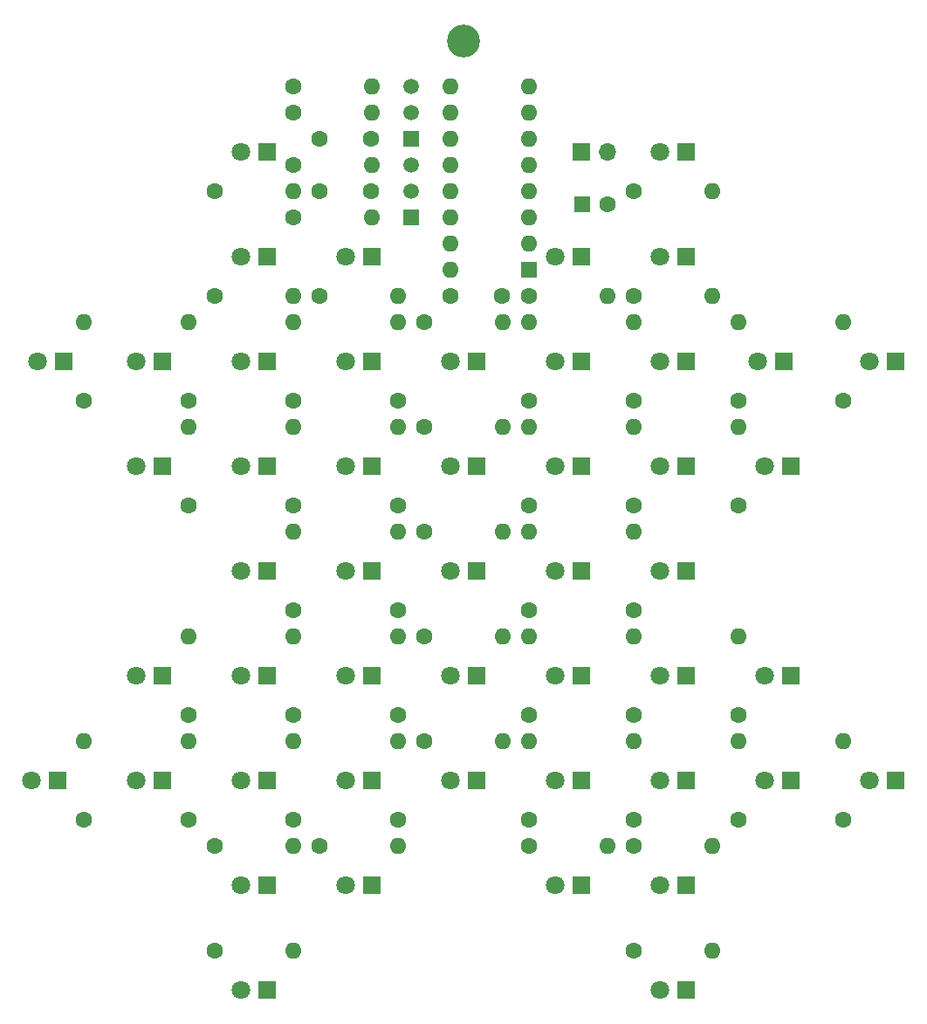
<source format=gbr>
%TF.GenerationSoftware,KiCad,Pcbnew,(6.0.2)*%
%TF.CreationDate,2023-11-30T13:56:03-08:00*%
%TF.ProjectId,star,73746172-2e6b-4696-9361-645f70636258,rev?*%
%TF.SameCoordinates,Original*%
%TF.FileFunction,Soldermask,Top*%
%TF.FilePolarity,Negative*%
%FSLAX46Y46*%
G04 Gerber Fmt 4.6, Leading zero omitted, Abs format (unit mm)*
G04 Created by KiCad (PCBNEW (6.0.2)) date 2023-11-30 13:56:03*
%MOMM*%
%LPD*%
G01*
G04 APERTURE LIST*
%ADD10R,1.800000X1.800000*%
%ADD11C,1.800000*%
%ADD12C,1.600000*%
%ADD13R,1.600000X1.600000*%
%ADD14O,1.600000X1.600000*%
%ADD15C,3.200000*%
%ADD16R,1.500000X1.500000*%
%ADD17C,1.500000*%
%ADD18R,1.700000X1.700000*%
%ADD19O,1.700000X1.700000*%
G04 APERTURE END LIST*
D10*
%TO.C,D40*%
X165100000Y-121920000D03*
D11*
X162560000Y-121920000D03*
%TD*%
D10*
%TO.C,D5*%
X165105000Y-71120000D03*
D11*
X162565000Y-71120000D03*
%TD*%
D12*
%TO.C,C4*%
X167664888Y-66040000D03*
D13*
X165164888Y-66040000D03*
%TD*%
D12*
%TO.C,R46*%
X160020000Y-128270000D03*
D14*
X167640000Y-128270000D03*
%TD*%
D10*
%TO.C,D16*%
X124460000Y-91440000D03*
D11*
X121920000Y-91440000D03*
%TD*%
D10*
%TO.C,D19*%
X154940000Y-91440000D03*
D11*
X152400000Y-91440000D03*
%TD*%
D10*
%TO.C,D27*%
X175260000Y-101600000D03*
D11*
X172720000Y-101600000D03*
%TD*%
D12*
%TO.C,C2*%
X144740000Y-59690000D03*
X139740000Y-59690000D03*
%TD*%
%TO.C,R23*%
X137160000Y-105410000D03*
D14*
X137160000Y-97790000D03*
%TD*%
D15*
%TO.C,H1*%
X153670000Y-50165000D03*
%TD*%
D10*
%TO.C,D29*%
X134620000Y-111760000D03*
D11*
X132080000Y-111760000D03*
%TD*%
D12*
%TO.C,R6*%
X170180000Y-74930000D03*
D14*
X177800000Y-74930000D03*
%TD*%
D10*
%TO.C,D18*%
X144780000Y-91440000D03*
D11*
X142240000Y-91440000D03*
%TD*%
D12*
%TO.C,R50*%
X137160000Y-62230000D03*
D14*
X144780000Y-62230000D03*
%TD*%
D10*
%TO.C,D12*%
X165105000Y-81280000D03*
D11*
X162565000Y-81280000D03*
%TD*%
D12*
%TO.C,R1*%
X129540000Y-64770000D03*
D14*
X137160000Y-64770000D03*
%TD*%
D10*
%TO.C,D11*%
X154940000Y-81280000D03*
D11*
X152400000Y-81280000D03*
%TD*%
D10*
%TO.C,D43*%
X195580000Y-121920000D03*
D11*
X193040000Y-121920000D03*
%TD*%
D10*
%TO.C,D39*%
X154940000Y-121920000D03*
D11*
X152400000Y-121920000D03*
%TD*%
D12*
%TO.C,R25*%
X149860000Y-97790000D03*
D14*
X157480000Y-97790000D03*
%TD*%
D12*
%TO.C,R31*%
X149860000Y-107950000D03*
D14*
X157480000Y-107950000D03*
%TD*%
D12*
%TO.C,R4*%
X139700000Y-74930000D03*
D14*
X147320000Y-74930000D03*
%TD*%
D10*
%TO.C,D26*%
X165105000Y-101600000D03*
D11*
X162565000Y-101600000D03*
%TD*%
D14*
%TO.C,R39*%
X157480000Y-118110000D03*
D12*
X149860000Y-118110000D03*
%TD*%
%TO.C,R45*%
X139700000Y-128270000D03*
D14*
X147320000Y-128270000D03*
%TD*%
D12*
%TO.C,R27*%
X170180000Y-105410000D03*
D14*
X170180000Y-97790000D03*
%TD*%
D10*
%TO.C,D17*%
X134620000Y-91440000D03*
D11*
X132080000Y-91440000D03*
%TD*%
D16*
%TO.C,Q2*%
X148590000Y-59690000D03*
D17*
X148590000Y-57150000D03*
X148590000Y-54610000D03*
%TD*%
D10*
%TO.C,D30*%
X144780000Y-111760000D03*
D11*
X142240000Y-111760000D03*
%TD*%
D12*
%TO.C,R26*%
X160020000Y-105410000D03*
D14*
X160020000Y-97790000D03*
%TD*%
D10*
%TO.C,D45*%
X144780000Y-132080000D03*
D11*
X142240000Y-132080000D03*
%TD*%
D12*
%TO.C,R5*%
X160020000Y-74930000D03*
D14*
X167640000Y-74930000D03*
%TD*%
D12*
%TO.C,R11*%
X149860000Y-77470000D03*
D14*
X157480000Y-77470000D03*
%TD*%
D12*
%TO.C,R35*%
X116840000Y-125730000D03*
D14*
X116840000Y-118110000D03*
%TD*%
D18*
%TO.C,J1*%
X165095000Y-60890000D03*
D19*
X167635000Y-60890000D03*
%TD*%
D12*
%TO.C,R16*%
X127000000Y-95250000D03*
D14*
X127000000Y-87630000D03*
%TD*%
D10*
%TO.C,D25*%
X154945000Y-101600000D03*
D11*
X152405000Y-101600000D03*
%TD*%
D12*
%TO.C,R43*%
X190500000Y-125730000D03*
D14*
X190500000Y-118110000D03*
%TD*%
D10*
%TO.C,D41*%
X175265000Y-121920000D03*
D11*
X172725000Y-121920000D03*
%TD*%
D10*
%TO.C,D47*%
X175265000Y-132080000D03*
D11*
X172725000Y-132080000D03*
%TD*%
D10*
%TO.C,D14*%
X184785000Y-81280000D03*
D11*
X182245000Y-81280000D03*
%TD*%
D16*
%TO.C,Q1*%
X148590000Y-67310000D03*
D17*
X148590000Y-64770000D03*
X148590000Y-62230000D03*
%TD*%
D10*
%TO.C,D42*%
X185420000Y-121920000D03*
D11*
X182880000Y-121920000D03*
%TD*%
D12*
%TO.C,C3*%
X144740000Y-64770000D03*
X139740000Y-64770000D03*
%TD*%
%TO.C,R2*%
X170180000Y-64770000D03*
D14*
X177800000Y-64770000D03*
%TD*%
D12*
%TO.C,R51*%
X137160000Y-54610000D03*
D14*
X144780000Y-54610000D03*
%TD*%
D12*
%TO.C,R52*%
X137160000Y-57150000D03*
D14*
X144780000Y-57150000D03*
%TD*%
D12*
%TO.C,R33*%
X170180000Y-115570000D03*
D14*
X170180000Y-107950000D03*
%TD*%
D12*
%TO.C,R29*%
X137160000Y-115570000D03*
D14*
X137160000Y-107950000D03*
%TD*%
D10*
%TO.C,D24*%
X144780000Y-101600000D03*
D11*
X142240000Y-101600000D03*
%TD*%
D12*
%TO.C,R13*%
X170180000Y-85090000D03*
D14*
X170180000Y-77470000D03*
%TD*%
D12*
%TO.C,R19*%
X149860000Y-87630000D03*
D14*
X157480000Y-87630000D03*
%TD*%
D10*
%TO.C,D20*%
X165100000Y-91440000D03*
D11*
X162560000Y-91440000D03*
%TD*%
D12*
%TO.C,R15*%
X190500000Y-85090000D03*
D14*
X190500000Y-77470000D03*
%TD*%
D12*
%TO.C,R24*%
X147320000Y-105410000D03*
D14*
X147320000Y-97790000D03*
%TD*%
D10*
%TO.C,D3*%
X134620000Y-71120000D03*
D11*
X132080000Y-71120000D03*
%TD*%
D12*
%TO.C,R8*%
X127000000Y-85090000D03*
D14*
X127000000Y-77470000D03*
%TD*%
D10*
%TO.C,D10*%
X144780000Y-81280000D03*
D11*
X142240000Y-81280000D03*
%TD*%
D10*
%TO.C,D1*%
X134625000Y-60960000D03*
D11*
X132085000Y-60960000D03*
%TD*%
D12*
%TO.C,R37*%
X137160000Y-125730000D03*
D14*
X137160000Y-118110000D03*
%TD*%
D12*
%TO.C,R30*%
X147320000Y-115570000D03*
D14*
X147320000Y-107950000D03*
%TD*%
D10*
%TO.C,D4*%
X144785000Y-71120000D03*
D11*
X142245000Y-71120000D03*
%TD*%
D12*
%TO.C,R3*%
X129540000Y-74930000D03*
D14*
X137160000Y-74930000D03*
%TD*%
D12*
%TO.C,R28*%
X127000000Y-115570000D03*
D14*
X127000000Y-107950000D03*
%TD*%
D10*
%TO.C,D23*%
X134625000Y-101600000D03*
D11*
X132085000Y-101600000D03*
%TD*%
D12*
%TO.C,R32*%
X160020000Y-115570000D03*
D14*
X160020000Y-107950000D03*
%TD*%
D10*
%TO.C,D32*%
X165100000Y-111760000D03*
D11*
X162560000Y-111760000D03*
%TD*%
D12*
%TO.C,R12*%
X160020000Y-85090000D03*
D14*
X160020000Y-77470000D03*
%TD*%
D12*
%TO.C,R38*%
X147320000Y-125730000D03*
D14*
X147320000Y-118110000D03*
%TD*%
D10*
%TO.C,D44*%
X134620000Y-132080000D03*
D11*
X132080000Y-132080000D03*
%TD*%
D12*
%TO.C,R18*%
X147320000Y-95250000D03*
D14*
X147320000Y-87630000D03*
%TD*%
D10*
%TO.C,D7*%
X114935000Y-81280000D03*
D11*
X112395000Y-81280000D03*
%TD*%
D10*
%TO.C,D35*%
X114300000Y-121920000D03*
D11*
X111760000Y-121920000D03*
%TD*%
D12*
%TO.C,R47*%
X170180000Y-128270000D03*
D14*
X177800000Y-128270000D03*
%TD*%
D10*
%TO.C,D37*%
X134620000Y-121920000D03*
D11*
X132080000Y-121920000D03*
%TD*%
D12*
%TO.C,R36*%
X127000000Y-125730000D03*
D14*
X127000000Y-118110000D03*
%TD*%
D10*
%TO.C,D2*%
X175260000Y-60960000D03*
D11*
X172720000Y-60960000D03*
%TD*%
D13*
%TO.C,U1*%
X160010000Y-72390000D03*
D14*
X160010000Y-69850000D03*
X160010000Y-67310000D03*
X160010000Y-64770000D03*
X160010000Y-62230000D03*
X160010000Y-59690000D03*
X160010000Y-57150000D03*
X160010000Y-54610000D03*
X152390000Y-54610000D03*
X152390000Y-57150000D03*
X152390000Y-59690000D03*
X152390000Y-62230000D03*
X152390000Y-64770000D03*
X152390000Y-67310000D03*
X152390000Y-69850000D03*
X152390000Y-72390000D03*
%TD*%
D12*
%TO.C,R10*%
X147320000Y-85090000D03*
D14*
X147320000Y-77470000D03*
%TD*%
D10*
%TO.C,D28*%
X124460000Y-111760000D03*
D11*
X121920000Y-111760000D03*
%TD*%
D10*
%TO.C,D49*%
X175265000Y-142240000D03*
D11*
X172725000Y-142240000D03*
%TD*%
D10*
%TO.C,D13*%
X175260000Y-81280000D03*
D11*
X172720000Y-81280000D03*
%TD*%
D10*
%TO.C,D15*%
X195585000Y-81280000D03*
D11*
X193045000Y-81280000D03*
%TD*%
D10*
%TO.C,D31*%
X154945000Y-111760000D03*
D11*
X152405000Y-111760000D03*
%TD*%
D12*
%TO.C,R14*%
X180340000Y-85090000D03*
D14*
X180340000Y-77470000D03*
%TD*%
D10*
%TO.C,D36*%
X124460000Y-121920000D03*
D11*
X121920000Y-121920000D03*
%TD*%
D12*
%TO.C,R17*%
X137160000Y-95250000D03*
D14*
X137160000Y-87630000D03*
%TD*%
D10*
%TO.C,D48*%
X134625000Y-142240000D03*
D11*
X132085000Y-142240000D03*
%TD*%
D12*
%TO.C,R20*%
X160020000Y-95250000D03*
D14*
X160020000Y-87630000D03*
%TD*%
D10*
%TO.C,D21*%
X175265000Y-91440000D03*
D11*
X172725000Y-91440000D03*
%TD*%
D10*
%TO.C,D34*%
X185420000Y-111760000D03*
D11*
X182880000Y-111760000D03*
%TD*%
D14*
%TO.C,R49*%
X177800000Y-138430000D03*
D12*
X170180000Y-138430000D03*
%TD*%
%TO.C,R34*%
X180340000Y-115570000D03*
D14*
X180340000Y-107950000D03*
%TD*%
D10*
%TO.C,D38*%
X144780000Y-121920000D03*
D11*
X142240000Y-121920000D03*
%TD*%
D12*
%TO.C,R22*%
X180340000Y-95250000D03*
D14*
X180340000Y-87630000D03*
%TD*%
D11*
%TO.C,D8*%
X121930000Y-81280000D03*
D10*
X124470000Y-81280000D03*
%TD*%
D12*
%TO.C,R40*%
X160020000Y-125730000D03*
D14*
X160020000Y-118110000D03*
%TD*%
D12*
%TO.C,R41*%
X170180000Y-125730000D03*
D14*
X170180000Y-118110000D03*
%TD*%
D12*
%TO.C,R42*%
X180340000Y-125730000D03*
D14*
X180340000Y-118110000D03*
%TD*%
D12*
%TO.C,R53*%
X137160000Y-67310000D03*
D14*
X144780000Y-67310000D03*
%TD*%
D12*
%TO.C,R44*%
X129540000Y-128270000D03*
D14*
X137160000Y-128270000D03*
%TD*%
D10*
%TO.C,D33*%
X175265000Y-111760000D03*
D11*
X172725000Y-111760000D03*
%TD*%
D12*
%TO.C,R9*%
X137160000Y-85090000D03*
D14*
X137160000Y-77470000D03*
%TD*%
D10*
%TO.C,D6*%
X175260000Y-71120000D03*
D11*
X172720000Y-71120000D03*
%TD*%
D12*
%TO.C,R21*%
X170180000Y-95250000D03*
D14*
X170180000Y-87630000D03*
%TD*%
D12*
%TO.C,R48*%
X129540000Y-138430000D03*
D14*
X137160000Y-138430000D03*
%TD*%
D11*
%TO.C,D22*%
X182885000Y-91440000D03*
D10*
X185425000Y-91440000D03*
%TD*%
%TO.C,D9*%
X134620000Y-81280000D03*
D11*
X132080000Y-81280000D03*
%TD*%
D10*
%TO.C,D46*%
X165105000Y-132080000D03*
D11*
X162565000Y-132080000D03*
%TD*%
D12*
%TO.C,R7*%
X116840000Y-85090000D03*
D14*
X116840000Y-77470000D03*
%TD*%
D12*
%TO.C,C1*%
X152440000Y-74930000D03*
X157440000Y-74930000D03*
%TD*%
M02*

</source>
